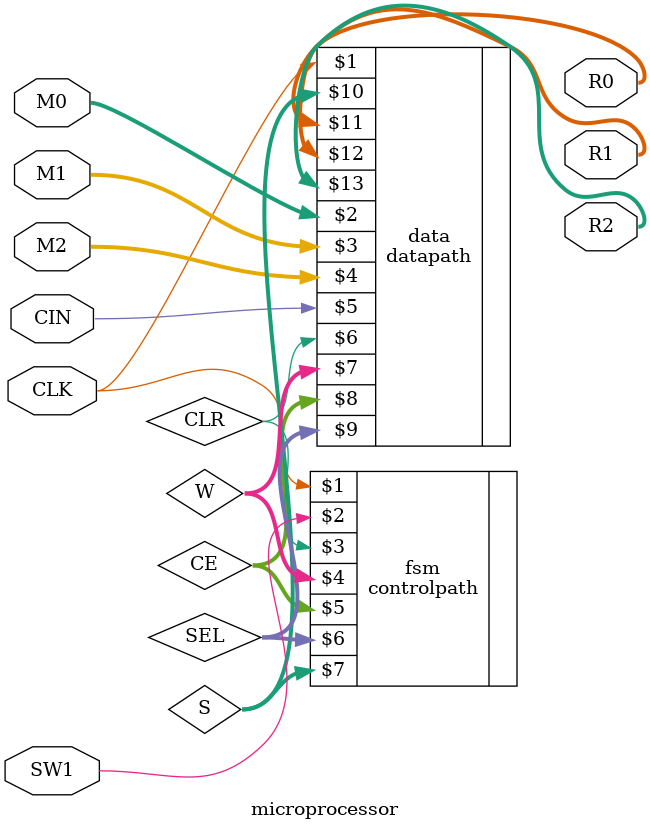
<source format=v>
`timescale 1ns / 1ps


module microprocessor(CLK, SW1, M0, M1, M2, CIN, R0, R1, R2);
    input CLK, SW1, CIN;
    input [3:0] M0, M1, M2;
    output[3:0] R0, R1, R2;
    
    wire CLR;
    wire [1:0] SEL;
    wire [2:0] W,S;
    wire [3:0] CE;
    
    controlpath fsm(CLK, SW1, CLR, W, CE, SEL, S);
    datapath data(CLK, M0, M1, M2, CIN, CLR, W, CE, SEL, S, R0, R1, R2);
    
endmodule

</source>
